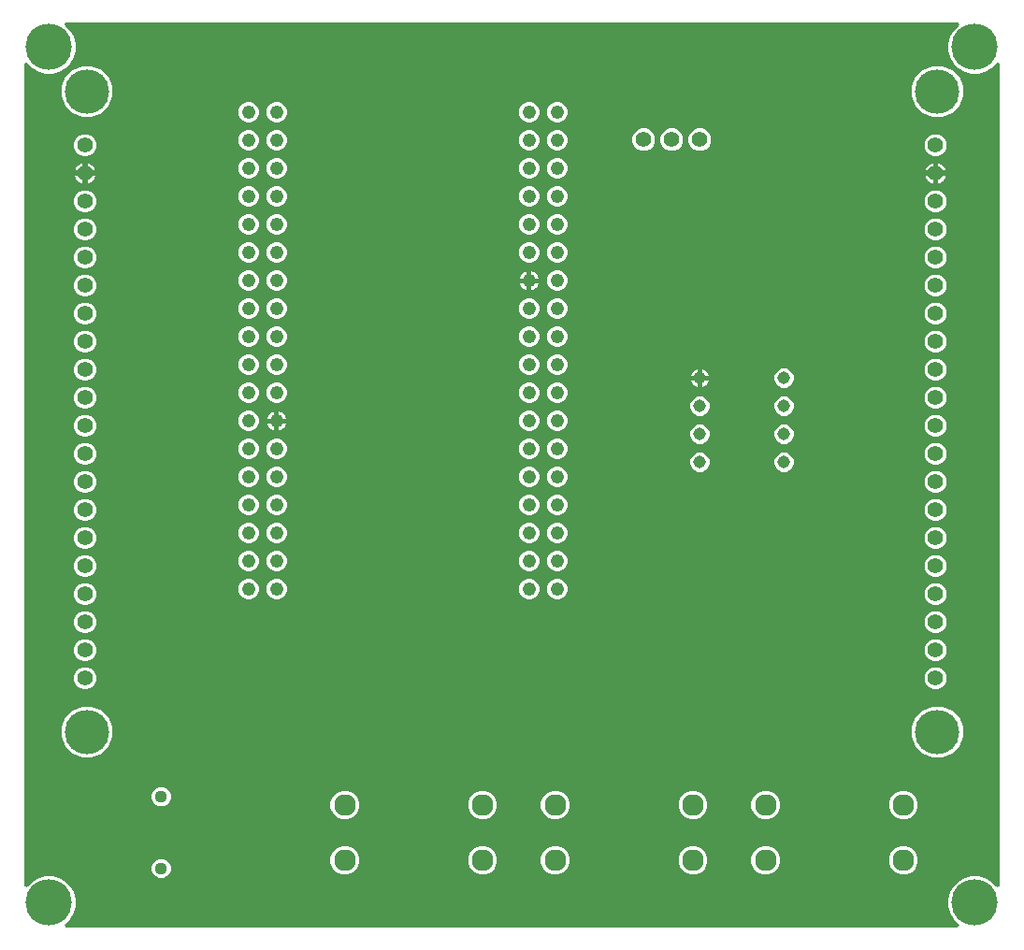
<source format=gbr>
G04 EAGLE Gerber RS-274X export*
G75*
%MOMM*%
%FSLAX34Y34*%
%LPD*%
%INCopper Layer 15*%
%IPPOS*%
%AMOC8*
5,1,8,0,0,1.08239X$1,22.5*%
G01*
%ADD10C,1.120000*%
%ADD11C,1.422400*%
%ADD12C,1.960000*%
%ADD13C,1.244600*%
%ADD14C,1.400000*%
%ADD15C,4.016000*%
%ADD16C,1.137919*%
%ADD17C,4.191000*%
%ADD18C,0.654800*%

G36*
X847441Y3052D02*
X847441Y3052D01*
X847474Y3050D01*
X847634Y3072D01*
X847795Y3089D01*
X847827Y3099D01*
X847860Y3103D01*
X848013Y3158D01*
X848167Y3207D01*
X848196Y3223D01*
X848227Y3234D01*
X848365Y3318D01*
X848507Y3398D01*
X848532Y3420D01*
X848560Y3437D01*
X848678Y3548D01*
X848800Y3654D01*
X848820Y3681D01*
X848845Y3703D01*
X848938Y3836D01*
X849035Y3965D01*
X849050Y3995D01*
X849069Y4022D01*
X849133Y4171D01*
X849203Y4317D01*
X849210Y4349D01*
X849224Y4380D01*
X849256Y4539D01*
X849294Y4696D01*
X849296Y4729D01*
X849302Y4762D01*
X849302Y4924D01*
X849307Y5086D01*
X849302Y5118D01*
X849301Y5152D01*
X849268Y5310D01*
X849240Y5470D01*
X849228Y5500D01*
X849221Y5533D01*
X849156Y5682D01*
X849097Y5832D01*
X849079Y5860D01*
X849065Y5890D01*
X849015Y5957D01*
X848883Y6157D01*
X848798Y6241D01*
X848754Y6299D01*
X844392Y10661D01*
X841232Y16135D01*
X839596Y22240D01*
X839596Y28560D01*
X841232Y34665D01*
X844392Y40139D01*
X848861Y44608D01*
X854335Y47768D01*
X860440Y49404D01*
X866760Y49404D01*
X872865Y47768D01*
X878339Y44608D01*
X882701Y40246D01*
X882726Y40225D01*
X882748Y40200D01*
X882877Y40102D01*
X883003Y40000D01*
X883032Y39985D01*
X883059Y39965D01*
X883205Y39895D01*
X883349Y39821D01*
X883381Y39812D01*
X883411Y39797D01*
X883568Y39759D01*
X883724Y39716D01*
X883758Y39713D01*
X883790Y39706D01*
X883952Y39700D01*
X884113Y39689D01*
X884146Y39694D01*
X884180Y39693D01*
X884339Y39720D01*
X884499Y39743D01*
X884531Y39754D01*
X884564Y39760D01*
X884714Y39819D01*
X884867Y39874D01*
X884895Y39891D01*
X884926Y39903D01*
X885061Y39992D01*
X885199Y40076D01*
X885224Y40099D01*
X885252Y40117D01*
X885366Y40232D01*
X885484Y40343D01*
X885503Y40370D01*
X885527Y40394D01*
X885615Y40529D01*
X885708Y40662D01*
X885721Y40692D01*
X885740Y40720D01*
X885799Y40871D01*
X885863Y41019D01*
X885870Y41052D01*
X885882Y41083D01*
X885893Y41165D01*
X885942Y41401D01*
X885941Y41520D01*
X885951Y41592D01*
X885951Y783908D01*
X885948Y783941D01*
X885950Y783974D01*
X885928Y784134D01*
X885911Y784295D01*
X885901Y784327D01*
X885897Y784360D01*
X885842Y784513D01*
X885793Y784667D01*
X885777Y784696D01*
X885766Y784727D01*
X885682Y784865D01*
X885602Y785007D01*
X885580Y785032D01*
X885563Y785060D01*
X885452Y785178D01*
X885346Y785300D01*
X885319Y785320D01*
X885297Y785345D01*
X885164Y785438D01*
X885035Y785535D01*
X885005Y785550D01*
X884978Y785569D01*
X884829Y785633D01*
X884683Y785703D01*
X884651Y785710D01*
X884620Y785724D01*
X884461Y785756D01*
X884304Y785794D01*
X884271Y785796D01*
X884238Y785802D01*
X884076Y785802D01*
X883914Y785807D01*
X883882Y785802D01*
X883848Y785801D01*
X883690Y785768D01*
X883530Y785740D01*
X883500Y785728D01*
X883467Y785721D01*
X883318Y785656D01*
X883168Y785597D01*
X883140Y785579D01*
X883110Y785565D01*
X883043Y785515D01*
X882843Y785383D01*
X882759Y785298D01*
X882701Y785254D01*
X878339Y780892D01*
X872865Y777732D01*
X866760Y776096D01*
X860440Y776096D01*
X854335Y777732D01*
X848861Y780892D01*
X844392Y785361D01*
X841232Y790835D01*
X839596Y796940D01*
X839596Y803260D01*
X841232Y809365D01*
X844392Y814839D01*
X848754Y819201D01*
X848775Y819226D01*
X848800Y819248D01*
X848898Y819377D01*
X849000Y819503D01*
X849015Y819532D01*
X849035Y819559D01*
X849105Y819705D01*
X849179Y819849D01*
X849188Y819881D01*
X849203Y819911D01*
X849241Y820068D01*
X849284Y820224D01*
X849287Y820258D01*
X849294Y820290D01*
X849300Y820452D01*
X849311Y820613D01*
X849306Y820646D01*
X849307Y820680D01*
X849280Y820839D01*
X849257Y820999D01*
X849246Y821031D01*
X849240Y821064D01*
X849181Y821214D01*
X849126Y821367D01*
X849109Y821395D01*
X849097Y821426D01*
X849008Y821561D01*
X848924Y821699D01*
X848901Y821724D01*
X848883Y821752D01*
X848768Y821866D01*
X848657Y821984D01*
X848630Y822003D01*
X848606Y822027D01*
X848471Y822115D01*
X848338Y822208D01*
X848308Y822221D01*
X848280Y822240D01*
X848129Y822299D01*
X847981Y822363D01*
X847948Y822370D01*
X847917Y822382D01*
X847835Y822393D01*
X847599Y822442D01*
X847480Y822441D01*
X847408Y822451D01*
X41592Y822451D01*
X41559Y822448D01*
X41526Y822450D01*
X41366Y822428D01*
X41205Y822411D01*
X41173Y822401D01*
X41140Y822397D01*
X40987Y822342D01*
X40833Y822293D01*
X40804Y822277D01*
X40773Y822266D01*
X40635Y822182D01*
X40493Y822102D01*
X40468Y822080D01*
X40440Y822063D01*
X40322Y821952D01*
X40200Y821846D01*
X40180Y821819D01*
X40155Y821797D01*
X40062Y821664D01*
X39965Y821535D01*
X39950Y821505D01*
X39931Y821478D01*
X39867Y821329D01*
X39797Y821183D01*
X39790Y821151D01*
X39776Y821120D01*
X39744Y820961D01*
X39706Y820804D01*
X39704Y820771D01*
X39698Y820738D01*
X39698Y820576D01*
X39693Y820414D01*
X39698Y820382D01*
X39699Y820348D01*
X39732Y820190D01*
X39760Y820030D01*
X39772Y820000D01*
X39779Y819967D01*
X39844Y819818D01*
X39903Y819668D01*
X39921Y819640D01*
X39935Y819610D01*
X39985Y819543D01*
X40117Y819343D01*
X40202Y819259D01*
X40246Y819201D01*
X44608Y814839D01*
X47768Y809365D01*
X49404Y803260D01*
X49404Y796940D01*
X47768Y790835D01*
X44608Y785361D01*
X40139Y780892D01*
X34665Y777732D01*
X28560Y776096D01*
X22240Y776096D01*
X16135Y777732D01*
X10661Y780892D01*
X6299Y785254D01*
X6274Y785275D01*
X6252Y785300D01*
X6123Y785398D01*
X5997Y785500D01*
X5968Y785515D01*
X5941Y785535D01*
X5795Y785605D01*
X5651Y785679D01*
X5619Y785688D01*
X5589Y785703D01*
X5432Y785741D01*
X5276Y785784D01*
X5242Y785787D01*
X5210Y785794D01*
X5048Y785800D01*
X4887Y785811D01*
X4854Y785806D01*
X4820Y785807D01*
X4661Y785780D01*
X4501Y785757D01*
X4469Y785746D01*
X4436Y785740D01*
X4286Y785681D01*
X4133Y785626D01*
X4105Y785609D01*
X4074Y785597D01*
X3939Y785508D01*
X3801Y785424D01*
X3776Y785401D01*
X3748Y785383D01*
X3634Y785268D01*
X3516Y785157D01*
X3497Y785130D01*
X3473Y785106D01*
X3385Y784971D01*
X3292Y784838D01*
X3279Y784808D01*
X3260Y784780D01*
X3201Y784629D01*
X3137Y784481D01*
X3130Y784448D01*
X3118Y784417D01*
X3107Y784335D01*
X3058Y784099D01*
X3059Y783980D01*
X3049Y783908D01*
X3049Y41592D01*
X3052Y41559D01*
X3050Y41526D01*
X3072Y41366D01*
X3089Y41205D01*
X3099Y41173D01*
X3103Y41140D01*
X3158Y40987D01*
X3207Y40833D01*
X3223Y40804D01*
X3234Y40773D01*
X3318Y40635D01*
X3398Y40493D01*
X3420Y40468D01*
X3437Y40440D01*
X3548Y40322D01*
X3654Y40200D01*
X3681Y40180D01*
X3703Y40155D01*
X3836Y40062D01*
X3965Y39965D01*
X3995Y39950D01*
X4022Y39931D01*
X4171Y39867D01*
X4317Y39797D01*
X4349Y39790D01*
X4380Y39776D01*
X4539Y39744D01*
X4696Y39706D01*
X4729Y39704D01*
X4762Y39698D01*
X4924Y39698D01*
X5086Y39693D01*
X5118Y39698D01*
X5152Y39699D01*
X5310Y39732D01*
X5470Y39760D01*
X5500Y39772D01*
X5533Y39779D01*
X5682Y39844D01*
X5832Y39903D01*
X5860Y39921D01*
X5890Y39935D01*
X5957Y39985D01*
X6157Y40117D01*
X6241Y40202D01*
X6299Y40246D01*
X10661Y44608D01*
X16135Y47768D01*
X22240Y49404D01*
X28560Y49404D01*
X34665Y47768D01*
X40139Y44608D01*
X44608Y40139D01*
X47768Y34665D01*
X49404Y28560D01*
X49404Y22240D01*
X47768Y16135D01*
X44608Y10661D01*
X40246Y6299D01*
X40225Y6274D01*
X40200Y6252D01*
X40102Y6123D01*
X40000Y5997D01*
X39985Y5968D01*
X39965Y5941D01*
X39895Y5795D01*
X39821Y5651D01*
X39812Y5619D01*
X39797Y5589D01*
X39759Y5432D01*
X39716Y5276D01*
X39713Y5242D01*
X39706Y5210D01*
X39700Y5048D01*
X39689Y4887D01*
X39694Y4854D01*
X39693Y4820D01*
X39720Y4661D01*
X39743Y4501D01*
X39754Y4469D01*
X39760Y4436D01*
X39819Y4286D01*
X39874Y4133D01*
X39891Y4105D01*
X39903Y4074D01*
X39992Y3939D01*
X40076Y3801D01*
X40099Y3776D01*
X40117Y3748D01*
X40232Y3634D01*
X40343Y3516D01*
X40370Y3497D01*
X40394Y3473D01*
X40529Y3385D01*
X40662Y3292D01*
X40692Y3279D01*
X40720Y3260D01*
X40871Y3201D01*
X41019Y3137D01*
X41052Y3130D01*
X41083Y3118D01*
X41165Y3107D01*
X41401Y3058D01*
X41520Y3059D01*
X41592Y3049D01*
X847408Y3049D01*
X847441Y3052D01*
G37*
%LPC*%
G36*
X825139Y736771D02*
X825139Y736771D01*
X816639Y740292D01*
X810132Y746799D01*
X806611Y755299D01*
X806611Y764501D01*
X810132Y773001D01*
X816639Y779508D01*
X825139Y783029D01*
X834341Y783029D01*
X842841Y779508D01*
X849348Y773001D01*
X852869Y764501D01*
X852869Y755299D01*
X849348Y746799D01*
X842841Y740292D01*
X834341Y736771D01*
X825139Y736771D01*
G37*
%LPD*%
%LPC*%
G36*
X55139Y736771D02*
X55139Y736771D01*
X46639Y740292D01*
X40132Y746799D01*
X36611Y755299D01*
X36611Y764501D01*
X40132Y773001D01*
X46639Y779508D01*
X55139Y783029D01*
X64341Y783029D01*
X72841Y779508D01*
X79348Y773001D01*
X82869Y764501D01*
X82869Y755299D01*
X79348Y746799D01*
X72841Y740292D01*
X64341Y736771D01*
X55139Y736771D01*
G37*
%LPD*%
%LPC*%
G36*
X55139Y156771D02*
X55139Y156771D01*
X46639Y160292D01*
X40132Y166799D01*
X36611Y175299D01*
X36611Y184501D01*
X40132Y193001D01*
X46639Y199508D01*
X55139Y203029D01*
X64341Y203029D01*
X72841Y199508D01*
X79348Y193001D01*
X82869Y184501D01*
X82869Y175299D01*
X79348Y166799D01*
X72841Y160292D01*
X64341Y156771D01*
X55139Y156771D01*
G37*
%LPD*%
%LPC*%
G36*
X825139Y156771D02*
X825139Y156771D01*
X816639Y160292D01*
X810132Y166799D01*
X806611Y175299D01*
X806611Y184501D01*
X810132Y193001D01*
X816639Y199508D01*
X825139Y203029D01*
X834341Y203029D01*
X842841Y199508D01*
X849348Y193001D01*
X852869Y184501D01*
X852869Y175299D01*
X849348Y166799D01*
X842841Y160292D01*
X834341Y156771D01*
X825139Y156771D01*
G37*
%LPD*%
%LPC*%
G36*
X481044Y51051D02*
X481044Y51051D01*
X476322Y53007D01*
X472707Y56622D01*
X470751Y61344D01*
X470751Y66456D01*
X472707Y71178D01*
X476322Y74793D01*
X481044Y76749D01*
X486156Y76749D01*
X490878Y74793D01*
X494493Y71178D01*
X496449Y66456D01*
X496449Y61344D01*
X494493Y56622D01*
X490878Y53007D01*
X486156Y51051D01*
X481044Y51051D01*
G37*
%LPD*%
%LPC*%
G36*
X606044Y51051D02*
X606044Y51051D01*
X601322Y53007D01*
X597707Y56622D01*
X595751Y61344D01*
X595751Y66456D01*
X597707Y71178D01*
X601322Y74793D01*
X606044Y76749D01*
X611156Y76749D01*
X615878Y74793D01*
X619493Y71178D01*
X621449Y66456D01*
X621449Y61344D01*
X619493Y56622D01*
X615878Y53007D01*
X611156Y51051D01*
X606044Y51051D01*
G37*
%LPD*%
%LPC*%
G36*
X671544Y51051D02*
X671544Y51051D01*
X666822Y53007D01*
X663207Y56622D01*
X661251Y61344D01*
X661251Y66456D01*
X663207Y71178D01*
X666822Y74793D01*
X671544Y76749D01*
X676656Y76749D01*
X681378Y74793D01*
X684993Y71178D01*
X686949Y66456D01*
X686949Y61344D01*
X684993Y56622D01*
X681378Y53007D01*
X676656Y51051D01*
X671544Y51051D01*
G37*
%LPD*%
%LPC*%
G36*
X796544Y51051D02*
X796544Y51051D01*
X791822Y53007D01*
X788207Y56622D01*
X786251Y61344D01*
X786251Y66456D01*
X788207Y71178D01*
X791822Y74793D01*
X796544Y76749D01*
X801656Y76749D01*
X806378Y74793D01*
X809993Y71178D01*
X811949Y66456D01*
X811949Y61344D01*
X809993Y56622D01*
X806378Y53007D01*
X801656Y51051D01*
X796544Y51051D01*
G37*
%LPD*%
%LPC*%
G36*
X290544Y51051D02*
X290544Y51051D01*
X285822Y53007D01*
X282207Y56622D01*
X280251Y61344D01*
X280251Y66456D01*
X282207Y71178D01*
X285822Y74793D01*
X290544Y76749D01*
X295656Y76749D01*
X300378Y74793D01*
X303993Y71178D01*
X305949Y66456D01*
X305949Y61344D01*
X303993Y56622D01*
X300378Y53007D01*
X295656Y51051D01*
X290544Y51051D01*
G37*
%LPD*%
%LPC*%
G36*
X290544Y101051D02*
X290544Y101051D01*
X285822Y103007D01*
X282207Y106622D01*
X280251Y111344D01*
X280251Y116456D01*
X282207Y121178D01*
X285822Y124793D01*
X290544Y126749D01*
X295656Y126749D01*
X300378Y124793D01*
X303993Y121178D01*
X305949Y116456D01*
X305949Y111344D01*
X303993Y106622D01*
X300378Y103007D01*
X295656Y101051D01*
X290544Y101051D01*
G37*
%LPD*%
%LPC*%
G36*
X481044Y101051D02*
X481044Y101051D01*
X476322Y103007D01*
X472707Y106622D01*
X470751Y111344D01*
X470751Y116456D01*
X472707Y121178D01*
X476322Y124793D01*
X481044Y126749D01*
X486156Y126749D01*
X490878Y124793D01*
X494493Y121178D01*
X496449Y116456D01*
X496449Y111344D01*
X494493Y106622D01*
X490878Y103007D01*
X486156Y101051D01*
X481044Y101051D01*
G37*
%LPD*%
%LPC*%
G36*
X606044Y101051D02*
X606044Y101051D01*
X601322Y103007D01*
X597707Y106622D01*
X595751Y111344D01*
X595751Y116456D01*
X597707Y121178D01*
X601322Y124793D01*
X606044Y126749D01*
X611156Y126749D01*
X615878Y124793D01*
X619493Y121178D01*
X621449Y116456D01*
X621449Y111344D01*
X619493Y106622D01*
X615878Y103007D01*
X611156Y101051D01*
X606044Y101051D01*
G37*
%LPD*%
%LPC*%
G36*
X671544Y101051D02*
X671544Y101051D01*
X666822Y103007D01*
X663207Y106622D01*
X661251Y111344D01*
X661251Y116456D01*
X663207Y121178D01*
X666822Y124793D01*
X671544Y126749D01*
X676656Y126749D01*
X681378Y124793D01*
X684993Y121178D01*
X686949Y116456D01*
X686949Y111344D01*
X684993Y106622D01*
X681378Y103007D01*
X676656Y101051D01*
X671544Y101051D01*
G37*
%LPD*%
%LPC*%
G36*
X796544Y101051D02*
X796544Y101051D01*
X791822Y103007D01*
X788207Y106622D01*
X786251Y111344D01*
X786251Y116456D01*
X788207Y121178D01*
X791822Y124793D01*
X796544Y126749D01*
X801656Y126749D01*
X806378Y124793D01*
X809993Y121178D01*
X811949Y116456D01*
X811949Y111344D01*
X809993Y106622D01*
X806378Y103007D01*
X801656Y101051D01*
X796544Y101051D01*
G37*
%LPD*%
%LPC*%
G36*
X415544Y101051D02*
X415544Y101051D01*
X410822Y103007D01*
X407207Y106622D01*
X405251Y111344D01*
X405251Y116456D01*
X407207Y121178D01*
X410822Y124793D01*
X415544Y126749D01*
X420656Y126749D01*
X425378Y124793D01*
X428993Y121178D01*
X430949Y116456D01*
X430949Y111344D01*
X428993Y106622D01*
X425378Y103007D01*
X420656Y101051D01*
X415544Y101051D01*
G37*
%LPD*%
%LPC*%
G36*
X415544Y51051D02*
X415544Y51051D01*
X410822Y53007D01*
X407207Y56622D01*
X405251Y61344D01*
X405251Y66456D01*
X407207Y71178D01*
X410822Y74793D01*
X415544Y76749D01*
X420656Y76749D01*
X425378Y74793D01*
X428993Y71178D01*
X430949Y66456D01*
X430949Y61344D01*
X428993Y56622D01*
X425378Y53007D01*
X420656Y51051D01*
X415544Y51051D01*
G37*
%LPD*%
%LPC*%
G36*
X587259Y706119D02*
X587259Y706119D01*
X583524Y707666D01*
X580666Y710524D01*
X579119Y714259D01*
X579119Y718301D01*
X580666Y722036D01*
X583524Y724894D01*
X587259Y726441D01*
X591301Y726441D01*
X595036Y724894D01*
X597894Y722036D01*
X599441Y718301D01*
X599441Y714259D01*
X597894Y710524D01*
X595036Y707666D01*
X591301Y706119D01*
X587259Y706119D01*
G37*
%LPD*%
%LPC*%
G36*
X561859Y706119D02*
X561859Y706119D01*
X558124Y707666D01*
X555266Y710524D01*
X553719Y714259D01*
X553719Y718301D01*
X555266Y722036D01*
X558124Y724894D01*
X561859Y726441D01*
X565901Y726441D01*
X569636Y724894D01*
X572494Y722036D01*
X574041Y718301D01*
X574041Y714259D01*
X572494Y710524D01*
X569636Y707666D01*
X565901Y706119D01*
X561859Y706119D01*
G37*
%LPD*%
%LPC*%
G36*
X612659Y706119D02*
X612659Y706119D01*
X608924Y707666D01*
X606066Y710524D01*
X604519Y714259D01*
X604519Y718301D01*
X606066Y722036D01*
X608924Y724894D01*
X612659Y726441D01*
X616701Y726441D01*
X620436Y724894D01*
X623294Y722036D01*
X624841Y718301D01*
X624841Y714259D01*
X623294Y710524D01*
X620436Y707666D01*
X616701Y706119D01*
X612659Y706119D01*
G37*
%LPD*%
%LPC*%
G36*
X56041Y624951D02*
X56041Y624951D01*
X52348Y626481D01*
X49521Y629308D01*
X47991Y633001D01*
X47991Y636999D01*
X49521Y640692D01*
X52348Y643519D01*
X56041Y645049D01*
X60039Y645049D01*
X63732Y643519D01*
X66559Y640692D01*
X68089Y636999D01*
X68089Y633001D01*
X66559Y629308D01*
X63732Y626481D01*
X60039Y624951D01*
X56041Y624951D01*
G37*
%LPD*%
%LPC*%
G36*
X826041Y548751D02*
X826041Y548751D01*
X822348Y550281D01*
X819521Y553108D01*
X817991Y556801D01*
X817991Y560799D01*
X819521Y564492D01*
X822348Y567319D01*
X826041Y568849D01*
X830039Y568849D01*
X833732Y567319D01*
X836559Y564492D01*
X838089Y560799D01*
X838089Y556801D01*
X836559Y553108D01*
X833732Y550281D01*
X830039Y548751D01*
X826041Y548751D01*
G37*
%LPD*%
%LPC*%
G36*
X56041Y548751D02*
X56041Y548751D01*
X52348Y550281D01*
X49521Y553108D01*
X47991Y556801D01*
X47991Y560799D01*
X49521Y564492D01*
X52348Y567319D01*
X56041Y568849D01*
X60039Y568849D01*
X63732Y567319D01*
X66559Y564492D01*
X68089Y560799D01*
X68089Y556801D01*
X66559Y553108D01*
X63732Y550281D01*
X60039Y548751D01*
X56041Y548751D01*
G37*
%LPD*%
%LPC*%
G36*
X826041Y472551D02*
X826041Y472551D01*
X822348Y474081D01*
X819521Y476908D01*
X817991Y480601D01*
X817991Y484599D01*
X819521Y488292D01*
X822348Y491119D01*
X826041Y492649D01*
X830039Y492649D01*
X833732Y491119D01*
X836559Y488292D01*
X838089Y484599D01*
X838089Y480601D01*
X836559Y476908D01*
X833732Y474081D01*
X830039Y472551D01*
X826041Y472551D01*
G37*
%LPD*%
%LPC*%
G36*
X826041Y497951D02*
X826041Y497951D01*
X822348Y499481D01*
X819521Y502308D01*
X817991Y506001D01*
X817991Y509999D01*
X819521Y513692D01*
X822348Y516519D01*
X826041Y518049D01*
X830039Y518049D01*
X833732Y516519D01*
X836559Y513692D01*
X838089Y509999D01*
X838089Y506001D01*
X836559Y502308D01*
X833732Y499481D01*
X830039Y497951D01*
X826041Y497951D01*
G37*
%LPD*%
%LPC*%
G36*
X826041Y599551D02*
X826041Y599551D01*
X822348Y601081D01*
X819521Y603908D01*
X817991Y607601D01*
X817991Y611599D01*
X819521Y615292D01*
X822348Y618119D01*
X826041Y619649D01*
X830039Y619649D01*
X833732Y618119D01*
X836559Y615292D01*
X838089Y611599D01*
X838089Y607601D01*
X836559Y603908D01*
X833732Y601081D01*
X830039Y599551D01*
X826041Y599551D01*
G37*
%LPD*%
%LPC*%
G36*
X56041Y599551D02*
X56041Y599551D01*
X52348Y601081D01*
X49521Y603908D01*
X47991Y607601D01*
X47991Y611599D01*
X49521Y615292D01*
X52348Y618119D01*
X56041Y619649D01*
X60039Y619649D01*
X63732Y618119D01*
X66559Y615292D01*
X68089Y611599D01*
X68089Y607601D01*
X66559Y603908D01*
X63732Y601081D01*
X60039Y599551D01*
X56041Y599551D01*
G37*
%LPD*%
%LPC*%
G36*
X56041Y497951D02*
X56041Y497951D01*
X52348Y499481D01*
X49521Y502308D01*
X47991Y506001D01*
X47991Y509999D01*
X49521Y513692D01*
X52348Y516519D01*
X56041Y518049D01*
X60039Y518049D01*
X63732Y516519D01*
X66559Y513692D01*
X68089Y509999D01*
X68089Y506001D01*
X66559Y502308D01*
X63732Y499481D01*
X60039Y497951D01*
X56041Y497951D01*
G37*
%LPD*%
%LPC*%
G36*
X826041Y701151D02*
X826041Y701151D01*
X822348Y702681D01*
X819521Y705508D01*
X817991Y709201D01*
X817991Y713199D01*
X819521Y716892D01*
X822348Y719719D01*
X826041Y721249D01*
X830039Y721249D01*
X833732Y719719D01*
X836559Y716892D01*
X838089Y713199D01*
X838089Y709201D01*
X836559Y705508D01*
X833732Y702681D01*
X830039Y701151D01*
X826041Y701151D01*
G37*
%LPD*%
%LPC*%
G36*
X56041Y701151D02*
X56041Y701151D01*
X52348Y702681D01*
X49521Y705508D01*
X47991Y709201D01*
X47991Y713199D01*
X49521Y716892D01*
X52348Y719719D01*
X56041Y721249D01*
X60039Y721249D01*
X63732Y719719D01*
X66559Y716892D01*
X68089Y713199D01*
X68089Y709201D01*
X66559Y705508D01*
X63732Y702681D01*
X60039Y701151D01*
X56041Y701151D01*
G37*
%LPD*%
%LPC*%
G36*
X56041Y574151D02*
X56041Y574151D01*
X52348Y575681D01*
X49521Y578508D01*
X47991Y582201D01*
X47991Y586199D01*
X49521Y589892D01*
X52348Y592719D01*
X56041Y594249D01*
X60039Y594249D01*
X63732Y592719D01*
X66559Y589892D01*
X68089Y586199D01*
X68089Y582201D01*
X66559Y578508D01*
X63732Y575681D01*
X60039Y574151D01*
X56041Y574151D01*
G37*
%LPD*%
%LPC*%
G36*
X826041Y396351D02*
X826041Y396351D01*
X822348Y397881D01*
X819521Y400708D01*
X817991Y404401D01*
X817991Y408399D01*
X819521Y412092D01*
X822348Y414919D01*
X826041Y416449D01*
X830039Y416449D01*
X833732Y414919D01*
X836559Y412092D01*
X838089Y408399D01*
X838089Y404401D01*
X836559Y400708D01*
X833732Y397881D01*
X830039Y396351D01*
X826041Y396351D01*
G37*
%LPD*%
%LPC*%
G36*
X826041Y650351D02*
X826041Y650351D01*
X822348Y651881D01*
X819521Y654708D01*
X817991Y658401D01*
X817991Y662399D01*
X819521Y666092D01*
X822348Y668919D01*
X826041Y670449D01*
X830039Y670449D01*
X833732Y668919D01*
X836559Y666092D01*
X838089Y662399D01*
X838089Y658401D01*
X836559Y654708D01*
X833732Y651881D01*
X830039Y650351D01*
X826041Y650351D01*
G37*
%LPD*%
%LPC*%
G36*
X56041Y650351D02*
X56041Y650351D01*
X52348Y651881D01*
X49521Y654708D01*
X47991Y658401D01*
X47991Y662399D01*
X49521Y666092D01*
X52348Y668919D01*
X56041Y670449D01*
X60039Y670449D01*
X63732Y668919D01*
X66559Y666092D01*
X68089Y662399D01*
X68089Y658401D01*
X66559Y654708D01*
X63732Y651881D01*
X60039Y650351D01*
X56041Y650351D01*
G37*
%LPD*%
%LPC*%
G36*
X56041Y421751D02*
X56041Y421751D01*
X52348Y423281D01*
X49521Y426108D01*
X47991Y429801D01*
X47991Y433799D01*
X49521Y437492D01*
X52348Y440319D01*
X56041Y441849D01*
X60039Y441849D01*
X63732Y440319D01*
X66559Y437492D01*
X68089Y433799D01*
X68089Y429801D01*
X66559Y426108D01*
X63732Y423281D01*
X60039Y421751D01*
X56041Y421751D01*
G37*
%LPD*%
%LPC*%
G36*
X56041Y523351D02*
X56041Y523351D01*
X52348Y524881D01*
X49521Y527708D01*
X47991Y531401D01*
X47991Y535399D01*
X49521Y539092D01*
X52348Y541919D01*
X56041Y543449D01*
X60039Y543449D01*
X63732Y541919D01*
X66559Y539092D01*
X68089Y535399D01*
X68089Y531401D01*
X66559Y527708D01*
X63732Y524881D01*
X60039Y523351D01*
X56041Y523351D01*
G37*
%LPD*%
%LPC*%
G36*
X56041Y447151D02*
X56041Y447151D01*
X52348Y448681D01*
X49521Y451508D01*
X47991Y455201D01*
X47991Y459199D01*
X49521Y462892D01*
X52348Y465719D01*
X56041Y467249D01*
X60039Y467249D01*
X63732Y465719D01*
X66559Y462892D01*
X68089Y459199D01*
X68089Y455201D01*
X66559Y451508D01*
X63732Y448681D01*
X60039Y447151D01*
X56041Y447151D01*
G37*
%LPD*%
%LPC*%
G36*
X826041Y447151D02*
X826041Y447151D01*
X822348Y448681D01*
X819521Y451508D01*
X817991Y455201D01*
X817991Y459199D01*
X819521Y462892D01*
X822348Y465719D01*
X826041Y467249D01*
X830039Y467249D01*
X833732Y465719D01*
X836559Y462892D01*
X838089Y459199D01*
X838089Y455201D01*
X836559Y451508D01*
X833732Y448681D01*
X830039Y447151D01*
X826041Y447151D01*
G37*
%LPD*%
%LPC*%
G36*
X56041Y472551D02*
X56041Y472551D01*
X52348Y474081D01*
X49521Y476908D01*
X47991Y480601D01*
X47991Y484599D01*
X49521Y488292D01*
X52348Y491119D01*
X56041Y492649D01*
X60039Y492649D01*
X63732Y491119D01*
X66559Y488292D01*
X68089Y484599D01*
X68089Y480601D01*
X66559Y476908D01*
X63732Y474081D01*
X60039Y472551D01*
X56041Y472551D01*
G37*
%LPD*%
%LPC*%
G36*
X826041Y269351D02*
X826041Y269351D01*
X822348Y270881D01*
X819521Y273708D01*
X817991Y277401D01*
X817991Y281399D01*
X819521Y285092D01*
X822348Y287919D01*
X826041Y289449D01*
X830039Y289449D01*
X833732Y287919D01*
X836559Y285092D01*
X838089Y281399D01*
X838089Y277401D01*
X836559Y273708D01*
X833732Y270881D01*
X830039Y269351D01*
X826041Y269351D01*
G37*
%LPD*%
%LPC*%
G36*
X56041Y269351D02*
X56041Y269351D01*
X52348Y270881D01*
X49521Y273708D01*
X47991Y277401D01*
X47991Y281399D01*
X49521Y285092D01*
X52348Y287919D01*
X56041Y289449D01*
X60039Y289449D01*
X63732Y287919D01*
X66559Y285092D01*
X68089Y281399D01*
X68089Y277401D01*
X66559Y273708D01*
X63732Y270881D01*
X60039Y269351D01*
X56041Y269351D01*
G37*
%LPD*%
%LPC*%
G36*
X56041Y243951D02*
X56041Y243951D01*
X52348Y245481D01*
X49521Y248308D01*
X47991Y252001D01*
X47991Y255999D01*
X49521Y259692D01*
X52348Y262519D01*
X56041Y264049D01*
X60039Y264049D01*
X63732Y262519D01*
X66559Y259692D01*
X68089Y255999D01*
X68089Y252001D01*
X66559Y248308D01*
X63732Y245481D01*
X60039Y243951D01*
X56041Y243951D01*
G37*
%LPD*%
%LPC*%
G36*
X826041Y218551D02*
X826041Y218551D01*
X822348Y220081D01*
X819521Y222908D01*
X817991Y226601D01*
X817991Y230599D01*
X819521Y234292D01*
X822348Y237119D01*
X826041Y238649D01*
X830039Y238649D01*
X833732Y237119D01*
X836559Y234292D01*
X838089Y230599D01*
X838089Y226601D01*
X836559Y222908D01*
X833732Y220081D01*
X830039Y218551D01*
X826041Y218551D01*
G37*
%LPD*%
%LPC*%
G36*
X56041Y396351D02*
X56041Y396351D01*
X52348Y397881D01*
X49521Y400708D01*
X47991Y404401D01*
X47991Y408399D01*
X49521Y412092D01*
X52348Y414919D01*
X56041Y416449D01*
X60039Y416449D01*
X63732Y414919D01*
X66559Y412092D01*
X68089Y408399D01*
X68089Y404401D01*
X66559Y400708D01*
X63732Y397881D01*
X60039Y396351D01*
X56041Y396351D01*
G37*
%LPD*%
%LPC*%
G36*
X56041Y370951D02*
X56041Y370951D01*
X52348Y372481D01*
X49521Y375308D01*
X47991Y379001D01*
X47991Y382999D01*
X49521Y386692D01*
X52348Y389519D01*
X56041Y391049D01*
X60039Y391049D01*
X63732Y389519D01*
X66559Y386692D01*
X68089Y382999D01*
X68089Y379001D01*
X66559Y375308D01*
X63732Y372481D01*
X60039Y370951D01*
X56041Y370951D01*
G37*
%LPD*%
%LPC*%
G36*
X826041Y243951D02*
X826041Y243951D01*
X822348Y245481D01*
X819521Y248308D01*
X817991Y252001D01*
X817991Y255999D01*
X819521Y259692D01*
X822348Y262519D01*
X826041Y264049D01*
X830039Y264049D01*
X833732Y262519D01*
X836559Y259692D01*
X838089Y255999D01*
X838089Y252001D01*
X836559Y248308D01*
X833732Y245481D01*
X830039Y243951D01*
X826041Y243951D01*
G37*
%LPD*%
%LPC*%
G36*
X826041Y345551D02*
X826041Y345551D01*
X822348Y347081D01*
X819521Y349908D01*
X817991Y353601D01*
X817991Y357599D01*
X819521Y361292D01*
X822348Y364119D01*
X826041Y365649D01*
X830039Y365649D01*
X833732Y364119D01*
X836559Y361292D01*
X838089Y357599D01*
X838089Y353601D01*
X836559Y349908D01*
X833732Y347081D01*
X830039Y345551D01*
X826041Y345551D01*
G37*
%LPD*%
%LPC*%
G36*
X56041Y345551D02*
X56041Y345551D01*
X52348Y347081D01*
X49521Y349908D01*
X47991Y353601D01*
X47991Y357599D01*
X49521Y361292D01*
X52348Y364119D01*
X56041Y365649D01*
X60039Y365649D01*
X63732Y364119D01*
X66559Y361292D01*
X68089Y357599D01*
X68089Y353601D01*
X66559Y349908D01*
X63732Y347081D01*
X60039Y345551D01*
X56041Y345551D01*
G37*
%LPD*%
%LPC*%
G36*
X826041Y320151D02*
X826041Y320151D01*
X822348Y321681D01*
X819521Y324508D01*
X817991Y328201D01*
X817991Y332199D01*
X819521Y335892D01*
X822348Y338719D01*
X826041Y340249D01*
X830039Y340249D01*
X833732Y338719D01*
X836559Y335892D01*
X838089Y332199D01*
X838089Y328201D01*
X836559Y324508D01*
X833732Y321681D01*
X830039Y320151D01*
X826041Y320151D01*
G37*
%LPD*%
%LPC*%
G36*
X56041Y320151D02*
X56041Y320151D01*
X52348Y321681D01*
X49521Y324508D01*
X47991Y328201D01*
X47991Y332199D01*
X49521Y335892D01*
X52348Y338719D01*
X56041Y340249D01*
X60039Y340249D01*
X63732Y338719D01*
X66559Y335892D01*
X68089Y332199D01*
X68089Y328201D01*
X66559Y324508D01*
X63732Y321681D01*
X60039Y320151D01*
X56041Y320151D01*
G37*
%LPD*%
%LPC*%
G36*
X826041Y574151D02*
X826041Y574151D01*
X822348Y575681D01*
X819521Y578508D01*
X817991Y582201D01*
X817991Y586199D01*
X819521Y589892D01*
X822348Y592719D01*
X826041Y594249D01*
X830039Y594249D01*
X833732Y592719D01*
X836559Y589892D01*
X838089Y586199D01*
X838089Y582201D01*
X836559Y578508D01*
X833732Y575681D01*
X830039Y574151D01*
X826041Y574151D01*
G37*
%LPD*%
%LPC*%
G36*
X826041Y294751D02*
X826041Y294751D01*
X822348Y296281D01*
X819521Y299108D01*
X817991Y302801D01*
X817991Y306799D01*
X819521Y310492D01*
X822348Y313319D01*
X826041Y314849D01*
X830039Y314849D01*
X833732Y313319D01*
X836559Y310492D01*
X838089Y306799D01*
X838089Y302801D01*
X836559Y299108D01*
X833732Y296281D01*
X830039Y294751D01*
X826041Y294751D01*
G37*
%LPD*%
%LPC*%
G36*
X56041Y294751D02*
X56041Y294751D01*
X52348Y296281D01*
X49521Y299108D01*
X47991Y302801D01*
X47991Y306799D01*
X49521Y310492D01*
X52348Y313319D01*
X56041Y314849D01*
X60039Y314849D01*
X63732Y313319D01*
X66559Y310492D01*
X68089Y306799D01*
X68089Y302801D01*
X66559Y299108D01*
X63732Y296281D01*
X60039Y294751D01*
X56041Y294751D01*
G37*
%LPD*%
%LPC*%
G36*
X826041Y624951D02*
X826041Y624951D01*
X822348Y626481D01*
X819521Y629308D01*
X817991Y633001D01*
X817991Y636999D01*
X819521Y640692D01*
X822348Y643519D01*
X826041Y645049D01*
X830039Y645049D01*
X833732Y643519D01*
X836559Y640692D01*
X838089Y636999D01*
X838089Y633001D01*
X836559Y629308D01*
X833732Y626481D01*
X830039Y624951D01*
X826041Y624951D01*
G37*
%LPD*%
%LPC*%
G36*
X826041Y370951D02*
X826041Y370951D01*
X822348Y372481D01*
X819521Y375308D01*
X817991Y379001D01*
X817991Y382999D01*
X819521Y386692D01*
X822348Y389519D01*
X826041Y391049D01*
X830039Y391049D01*
X833732Y389519D01*
X836559Y386692D01*
X838089Y382999D01*
X838089Y379001D01*
X836559Y375308D01*
X833732Y372481D01*
X830039Y370951D01*
X826041Y370951D01*
G37*
%LPD*%
%LPC*%
G36*
X826041Y523351D02*
X826041Y523351D01*
X822348Y524881D01*
X819521Y527708D01*
X817991Y531401D01*
X817991Y535399D01*
X819521Y539092D01*
X822348Y541919D01*
X826041Y543449D01*
X830039Y543449D01*
X833732Y541919D01*
X836559Y539092D01*
X838089Y535399D01*
X838089Y531401D01*
X836559Y527708D01*
X833732Y524881D01*
X830039Y523351D01*
X826041Y523351D01*
G37*
%LPD*%
%LPC*%
G36*
X826041Y421751D02*
X826041Y421751D01*
X822348Y423281D01*
X819521Y426108D01*
X817991Y429801D01*
X817991Y433799D01*
X819521Y437492D01*
X822348Y440319D01*
X826041Y441849D01*
X830039Y441849D01*
X833732Y440319D01*
X836559Y437492D01*
X838089Y433799D01*
X838089Y429801D01*
X836559Y426108D01*
X833732Y423281D01*
X830039Y421751D01*
X826041Y421751D01*
G37*
%LPD*%
%LPC*%
G36*
X56041Y218551D02*
X56041Y218551D01*
X52348Y220081D01*
X49521Y222908D01*
X47991Y226601D01*
X47991Y230599D01*
X49521Y234292D01*
X52348Y237119D01*
X56041Y238649D01*
X60039Y238649D01*
X63732Y237119D01*
X66559Y234292D01*
X68089Y230599D01*
X68089Y226601D01*
X66559Y222908D01*
X63732Y220081D01*
X60039Y218551D01*
X56041Y218551D01*
G37*
%LPD*%
%LPC*%
G36*
X204156Y680928D02*
X204156Y680928D01*
X200748Y682340D01*
X198140Y684948D01*
X196728Y688356D01*
X196728Y692044D01*
X198140Y695452D01*
X200748Y698060D01*
X204156Y699472D01*
X207844Y699472D01*
X211252Y698060D01*
X213860Y695452D01*
X215272Y692044D01*
X215272Y688356D01*
X213860Y684948D01*
X211252Y682340D01*
X207844Y680928D01*
X204156Y680928D01*
G37*
%LPD*%
%LPC*%
G36*
X483556Y604728D02*
X483556Y604728D01*
X480148Y606140D01*
X477540Y608748D01*
X476128Y612156D01*
X476128Y615844D01*
X477540Y619252D01*
X480148Y621860D01*
X483556Y623272D01*
X487244Y623272D01*
X490652Y621860D01*
X493260Y619252D01*
X494672Y615844D01*
X494672Y612156D01*
X493260Y608748D01*
X490652Y606140D01*
X487244Y604728D01*
X483556Y604728D01*
G37*
%LPD*%
%LPC*%
G36*
X458156Y604728D02*
X458156Y604728D01*
X454748Y606140D01*
X452140Y608748D01*
X450728Y612156D01*
X450728Y615844D01*
X452140Y619252D01*
X454748Y621860D01*
X458156Y623272D01*
X461844Y623272D01*
X465252Y621860D01*
X467860Y619252D01*
X469272Y615844D01*
X469272Y612156D01*
X467860Y608748D01*
X465252Y606140D01*
X461844Y604728D01*
X458156Y604728D01*
G37*
%LPD*%
%LPC*%
G36*
X229556Y604728D02*
X229556Y604728D01*
X226148Y606140D01*
X223540Y608748D01*
X222128Y612156D01*
X222128Y615844D01*
X223540Y619252D01*
X226148Y621860D01*
X229556Y623272D01*
X233244Y623272D01*
X236652Y621860D01*
X239260Y619252D01*
X240672Y615844D01*
X240672Y612156D01*
X239260Y608748D01*
X236652Y606140D01*
X233244Y604728D01*
X229556Y604728D01*
G37*
%LPD*%
%LPC*%
G36*
X204156Y604728D02*
X204156Y604728D01*
X200748Y606140D01*
X198140Y608748D01*
X196728Y612156D01*
X196728Y615844D01*
X198140Y619252D01*
X200748Y621860D01*
X204156Y623272D01*
X207844Y623272D01*
X211252Y621860D01*
X213860Y619252D01*
X215272Y615844D01*
X215272Y612156D01*
X213860Y608748D01*
X211252Y606140D01*
X207844Y604728D01*
X204156Y604728D01*
G37*
%LPD*%
%LPC*%
G36*
X483556Y579328D02*
X483556Y579328D01*
X480148Y580740D01*
X477540Y583348D01*
X476128Y586756D01*
X476128Y590444D01*
X477540Y593852D01*
X480148Y596460D01*
X483556Y597872D01*
X487244Y597872D01*
X490652Y596460D01*
X493260Y593852D01*
X494672Y590444D01*
X494672Y586756D01*
X493260Y583348D01*
X490652Y580740D01*
X487244Y579328D01*
X483556Y579328D01*
G37*
%LPD*%
%LPC*%
G36*
X229556Y579328D02*
X229556Y579328D01*
X226148Y580740D01*
X223540Y583348D01*
X222128Y586756D01*
X222128Y590444D01*
X223540Y593852D01*
X226148Y596460D01*
X229556Y597872D01*
X233244Y597872D01*
X236652Y596460D01*
X239260Y593852D01*
X240672Y590444D01*
X240672Y586756D01*
X239260Y583348D01*
X236652Y580740D01*
X233244Y579328D01*
X229556Y579328D01*
G37*
%LPD*%
%LPC*%
G36*
X204156Y579328D02*
X204156Y579328D01*
X200748Y580740D01*
X198140Y583348D01*
X196728Y586756D01*
X196728Y590444D01*
X198140Y593852D01*
X200748Y596460D01*
X204156Y597872D01*
X207844Y597872D01*
X211252Y596460D01*
X213860Y593852D01*
X215272Y590444D01*
X215272Y586756D01*
X213860Y583348D01*
X211252Y580740D01*
X207844Y579328D01*
X204156Y579328D01*
G37*
%LPD*%
%LPC*%
G36*
X483556Y553928D02*
X483556Y553928D01*
X480148Y555340D01*
X477540Y557948D01*
X476128Y561356D01*
X476128Y565044D01*
X477540Y568452D01*
X480148Y571060D01*
X483556Y572472D01*
X487244Y572472D01*
X490652Y571060D01*
X493260Y568452D01*
X494672Y565044D01*
X494672Y561356D01*
X493260Y557948D01*
X490652Y555340D01*
X487244Y553928D01*
X483556Y553928D01*
G37*
%LPD*%
%LPC*%
G36*
X458156Y553928D02*
X458156Y553928D01*
X454748Y555340D01*
X452140Y557948D01*
X450728Y561356D01*
X450728Y565044D01*
X452140Y568452D01*
X454748Y571060D01*
X458156Y572472D01*
X461844Y572472D01*
X465252Y571060D01*
X467860Y568452D01*
X469272Y565044D01*
X469272Y561356D01*
X467860Y557948D01*
X465252Y555340D01*
X461844Y553928D01*
X458156Y553928D01*
G37*
%LPD*%
%LPC*%
G36*
X229556Y553928D02*
X229556Y553928D01*
X226148Y555340D01*
X223540Y557948D01*
X222128Y561356D01*
X222128Y565044D01*
X223540Y568452D01*
X226148Y571060D01*
X229556Y572472D01*
X233244Y572472D01*
X236652Y571060D01*
X239260Y568452D01*
X240672Y565044D01*
X240672Y561356D01*
X239260Y557948D01*
X236652Y555340D01*
X233244Y553928D01*
X229556Y553928D01*
G37*
%LPD*%
%LPC*%
G36*
X204156Y553928D02*
X204156Y553928D01*
X200748Y555340D01*
X198140Y557948D01*
X196728Y561356D01*
X196728Y565044D01*
X198140Y568452D01*
X200748Y571060D01*
X204156Y572472D01*
X207844Y572472D01*
X211252Y571060D01*
X213860Y568452D01*
X215272Y565044D01*
X215272Y561356D01*
X213860Y557948D01*
X211252Y555340D01*
X207844Y553928D01*
X204156Y553928D01*
G37*
%LPD*%
%LPC*%
G36*
X483556Y528528D02*
X483556Y528528D01*
X480148Y529940D01*
X477540Y532548D01*
X476128Y535956D01*
X476128Y539644D01*
X477540Y543052D01*
X480148Y545660D01*
X483556Y547072D01*
X487244Y547072D01*
X490652Y545660D01*
X493260Y543052D01*
X494672Y539644D01*
X494672Y535956D01*
X493260Y532548D01*
X490652Y529940D01*
X487244Y528528D01*
X483556Y528528D01*
G37*
%LPD*%
%LPC*%
G36*
X458156Y528528D02*
X458156Y528528D01*
X454748Y529940D01*
X452140Y532548D01*
X450728Y535956D01*
X450728Y539644D01*
X452140Y543052D01*
X454748Y545660D01*
X458156Y547072D01*
X461844Y547072D01*
X465252Y545660D01*
X467860Y543052D01*
X469272Y539644D01*
X469272Y535956D01*
X467860Y532548D01*
X465252Y529940D01*
X461844Y528528D01*
X458156Y528528D01*
G37*
%LPD*%
%LPC*%
G36*
X229556Y528528D02*
X229556Y528528D01*
X226148Y529940D01*
X223540Y532548D01*
X222128Y535956D01*
X222128Y539644D01*
X223540Y543052D01*
X226148Y545660D01*
X229556Y547072D01*
X233244Y547072D01*
X236652Y545660D01*
X239260Y543052D01*
X240672Y539644D01*
X240672Y535956D01*
X239260Y532548D01*
X236652Y529940D01*
X233244Y528528D01*
X229556Y528528D01*
G37*
%LPD*%
%LPC*%
G36*
X204156Y528528D02*
X204156Y528528D01*
X200748Y529940D01*
X198140Y532548D01*
X196728Y535956D01*
X196728Y539644D01*
X198140Y543052D01*
X200748Y545660D01*
X204156Y547072D01*
X207844Y547072D01*
X211252Y545660D01*
X213860Y543052D01*
X215272Y539644D01*
X215272Y535956D01*
X213860Y532548D01*
X211252Y529940D01*
X207844Y528528D01*
X204156Y528528D01*
G37*
%LPD*%
%LPC*%
G36*
X483556Y503128D02*
X483556Y503128D01*
X480148Y504540D01*
X477540Y507148D01*
X476128Y510556D01*
X476128Y514244D01*
X477540Y517652D01*
X480148Y520260D01*
X483556Y521672D01*
X487244Y521672D01*
X490652Y520260D01*
X493260Y517652D01*
X494672Y514244D01*
X494672Y510556D01*
X493260Y507148D01*
X490652Y504540D01*
X487244Y503128D01*
X483556Y503128D01*
G37*
%LPD*%
%LPC*%
G36*
X458156Y503128D02*
X458156Y503128D01*
X454748Y504540D01*
X452140Y507148D01*
X450728Y510556D01*
X450728Y514244D01*
X452140Y517652D01*
X454748Y520260D01*
X458156Y521672D01*
X461844Y521672D01*
X465252Y520260D01*
X467860Y517652D01*
X469272Y514244D01*
X469272Y510556D01*
X467860Y507148D01*
X465252Y504540D01*
X461844Y503128D01*
X458156Y503128D01*
G37*
%LPD*%
%LPC*%
G36*
X229556Y503128D02*
X229556Y503128D01*
X226148Y504540D01*
X223540Y507148D01*
X222128Y510556D01*
X222128Y514244D01*
X223540Y517652D01*
X226148Y520260D01*
X229556Y521672D01*
X233244Y521672D01*
X236652Y520260D01*
X239260Y517652D01*
X240672Y514244D01*
X240672Y510556D01*
X239260Y507148D01*
X236652Y504540D01*
X233244Y503128D01*
X229556Y503128D01*
G37*
%LPD*%
%LPC*%
G36*
X204156Y503128D02*
X204156Y503128D01*
X200748Y504540D01*
X198140Y507148D01*
X196728Y510556D01*
X196728Y514244D01*
X198140Y517652D01*
X200748Y520260D01*
X204156Y521672D01*
X207844Y521672D01*
X211252Y520260D01*
X213860Y517652D01*
X215272Y514244D01*
X215272Y510556D01*
X213860Y507148D01*
X211252Y504540D01*
X207844Y503128D01*
X204156Y503128D01*
G37*
%LPD*%
%LPC*%
G36*
X483556Y477728D02*
X483556Y477728D01*
X480148Y479140D01*
X477540Y481748D01*
X476128Y485156D01*
X476128Y488844D01*
X477540Y492252D01*
X480148Y494860D01*
X483556Y496272D01*
X487244Y496272D01*
X490652Y494860D01*
X493260Y492252D01*
X494672Y488844D01*
X494672Y485156D01*
X493260Y481748D01*
X490652Y479140D01*
X487244Y477728D01*
X483556Y477728D01*
G37*
%LPD*%
%LPC*%
G36*
X204156Y477728D02*
X204156Y477728D01*
X200748Y479140D01*
X198140Y481748D01*
X196728Y485156D01*
X196728Y488844D01*
X198140Y492252D01*
X200748Y494860D01*
X204156Y496272D01*
X207844Y496272D01*
X211252Y494860D01*
X213860Y492252D01*
X215272Y488844D01*
X215272Y485156D01*
X213860Y481748D01*
X211252Y479140D01*
X207844Y477728D01*
X204156Y477728D01*
G37*
%LPD*%
%LPC*%
G36*
X458156Y477728D02*
X458156Y477728D01*
X454748Y479140D01*
X452140Y481748D01*
X450728Y485156D01*
X450728Y488844D01*
X452140Y492252D01*
X454748Y494860D01*
X458156Y496272D01*
X461844Y496272D01*
X465252Y494860D01*
X467860Y492252D01*
X469272Y488844D01*
X469272Y485156D01*
X467860Y481748D01*
X465252Y479140D01*
X461844Y477728D01*
X458156Y477728D01*
G37*
%LPD*%
%LPC*%
G36*
X229556Y477728D02*
X229556Y477728D01*
X226148Y479140D01*
X223540Y481748D01*
X222128Y485156D01*
X222128Y488844D01*
X223540Y492252D01*
X226148Y494860D01*
X229556Y496272D01*
X233244Y496272D01*
X236652Y494860D01*
X239260Y492252D01*
X240672Y488844D01*
X240672Y485156D01*
X239260Y481748D01*
X236652Y479140D01*
X233244Y477728D01*
X229556Y477728D01*
G37*
%LPD*%
%LPC*%
G36*
X483556Y452328D02*
X483556Y452328D01*
X480148Y453740D01*
X477540Y456348D01*
X476128Y459756D01*
X476128Y463444D01*
X477540Y466852D01*
X480148Y469460D01*
X483556Y470872D01*
X487244Y470872D01*
X490652Y469460D01*
X493260Y466852D01*
X494672Y463444D01*
X494672Y459756D01*
X493260Y456348D01*
X490652Y453740D01*
X487244Y452328D01*
X483556Y452328D01*
G37*
%LPD*%
%LPC*%
G36*
X458156Y452328D02*
X458156Y452328D01*
X454748Y453740D01*
X452140Y456348D01*
X450728Y459756D01*
X450728Y463444D01*
X452140Y466852D01*
X454748Y469460D01*
X458156Y470872D01*
X461844Y470872D01*
X465252Y469460D01*
X467860Y466852D01*
X469272Y463444D01*
X469272Y459756D01*
X467860Y456348D01*
X465252Y453740D01*
X461844Y452328D01*
X458156Y452328D01*
G37*
%LPD*%
%LPC*%
G36*
X204156Y452328D02*
X204156Y452328D01*
X200748Y453740D01*
X198140Y456348D01*
X196728Y459756D01*
X196728Y463444D01*
X198140Y466852D01*
X200748Y469460D01*
X204156Y470872D01*
X207844Y470872D01*
X211252Y469460D01*
X213860Y466852D01*
X215272Y463444D01*
X215272Y459756D01*
X213860Y456348D01*
X211252Y453740D01*
X207844Y452328D01*
X204156Y452328D01*
G37*
%LPD*%
%LPC*%
G36*
X483556Y426928D02*
X483556Y426928D01*
X480148Y428340D01*
X477540Y430948D01*
X476128Y434356D01*
X476128Y438044D01*
X477540Y441452D01*
X480148Y444060D01*
X483556Y445472D01*
X487244Y445472D01*
X490652Y444060D01*
X493260Y441452D01*
X494672Y438044D01*
X494672Y434356D01*
X493260Y430948D01*
X490652Y428340D01*
X487244Y426928D01*
X483556Y426928D01*
G37*
%LPD*%
%LPC*%
G36*
X458156Y426928D02*
X458156Y426928D01*
X454748Y428340D01*
X452140Y430948D01*
X450728Y434356D01*
X450728Y438044D01*
X452140Y441452D01*
X454748Y444060D01*
X458156Y445472D01*
X461844Y445472D01*
X465252Y444060D01*
X467860Y441452D01*
X469272Y438044D01*
X469272Y434356D01*
X467860Y430948D01*
X465252Y428340D01*
X461844Y426928D01*
X458156Y426928D01*
G37*
%LPD*%
%LPC*%
G36*
X229556Y426928D02*
X229556Y426928D01*
X226148Y428340D01*
X223540Y430948D01*
X222128Y434356D01*
X222128Y438044D01*
X223540Y441452D01*
X226148Y444060D01*
X229556Y445472D01*
X233244Y445472D01*
X236652Y444060D01*
X239260Y441452D01*
X240672Y438044D01*
X240672Y434356D01*
X239260Y430948D01*
X236652Y428340D01*
X233244Y426928D01*
X229556Y426928D01*
G37*
%LPD*%
%LPC*%
G36*
X204156Y426928D02*
X204156Y426928D01*
X200748Y428340D01*
X198140Y430948D01*
X196728Y434356D01*
X196728Y438044D01*
X198140Y441452D01*
X200748Y444060D01*
X204156Y445472D01*
X207844Y445472D01*
X211252Y444060D01*
X213860Y441452D01*
X215272Y438044D01*
X215272Y434356D01*
X213860Y430948D01*
X211252Y428340D01*
X207844Y426928D01*
X204156Y426928D01*
G37*
%LPD*%
%LPC*%
G36*
X483556Y401528D02*
X483556Y401528D01*
X480148Y402940D01*
X477540Y405548D01*
X476128Y408956D01*
X476128Y412644D01*
X477540Y416052D01*
X480148Y418660D01*
X483556Y420072D01*
X487244Y420072D01*
X490652Y418660D01*
X493260Y416052D01*
X494672Y412644D01*
X494672Y408956D01*
X493260Y405548D01*
X490652Y402940D01*
X487244Y401528D01*
X483556Y401528D01*
G37*
%LPD*%
%LPC*%
G36*
X458156Y401528D02*
X458156Y401528D01*
X454748Y402940D01*
X452140Y405548D01*
X450728Y408956D01*
X450728Y412644D01*
X452140Y416052D01*
X454748Y418660D01*
X458156Y420072D01*
X461844Y420072D01*
X465252Y418660D01*
X467860Y416052D01*
X469272Y412644D01*
X469272Y408956D01*
X467860Y405548D01*
X465252Y402940D01*
X461844Y401528D01*
X458156Y401528D01*
G37*
%LPD*%
%LPC*%
G36*
X229556Y401528D02*
X229556Y401528D01*
X226148Y402940D01*
X223540Y405548D01*
X222128Y408956D01*
X222128Y412644D01*
X223540Y416052D01*
X226148Y418660D01*
X229556Y420072D01*
X233244Y420072D01*
X236652Y418660D01*
X239260Y416052D01*
X240672Y412644D01*
X240672Y408956D01*
X239260Y405548D01*
X236652Y402940D01*
X233244Y401528D01*
X229556Y401528D01*
G37*
%LPD*%
%LPC*%
G36*
X204156Y401528D02*
X204156Y401528D01*
X200748Y402940D01*
X198140Y405548D01*
X196728Y408956D01*
X196728Y412644D01*
X198140Y416052D01*
X200748Y418660D01*
X204156Y420072D01*
X207844Y420072D01*
X211252Y418660D01*
X213860Y416052D01*
X215272Y412644D01*
X215272Y408956D01*
X213860Y405548D01*
X211252Y402940D01*
X207844Y401528D01*
X204156Y401528D01*
G37*
%LPD*%
%LPC*%
G36*
X483556Y376128D02*
X483556Y376128D01*
X480148Y377540D01*
X477540Y380148D01*
X476128Y383556D01*
X476128Y387244D01*
X477540Y390652D01*
X480148Y393260D01*
X483556Y394672D01*
X487244Y394672D01*
X490652Y393260D01*
X493260Y390652D01*
X494672Y387244D01*
X494672Y383556D01*
X493260Y380148D01*
X490652Y377540D01*
X487244Y376128D01*
X483556Y376128D01*
G37*
%LPD*%
%LPC*%
G36*
X458156Y376128D02*
X458156Y376128D01*
X454748Y377540D01*
X452140Y380148D01*
X450728Y383556D01*
X450728Y387244D01*
X452140Y390652D01*
X454748Y393260D01*
X458156Y394672D01*
X461844Y394672D01*
X465252Y393260D01*
X467860Y390652D01*
X469272Y387244D01*
X469272Y383556D01*
X467860Y380148D01*
X465252Y377540D01*
X461844Y376128D01*
X458156Y376128D01*
G37*
%LPD*%
%LPC*%
G36*
X229556Y376128D02*
X229556Y376128D01*
X226148Y377540D01*
X223540Y380148D01*
X222128Y383556D01*
X222128Y387244D01*
X223540Y390652D01*
X226148Y393260D01*
X229556Y394672D01*
X233244Y394672D01*
X236652Y393260D01*
X239260Y390652D01*
X240672Y387244D01*
X240672Y383556D01*
X239260Y380148D01*
X236652Y377540D01*
X233244Y376128D01*
X229556Y376128D01*
G37*
%LPD*%
%LPC*%
G36*
X204156Y376128D02*
X204156Y376128D01*
X200748Y377540D01*
X198140Y380148D01*
X196728Y383556D01*
X196728Y387244D01*
X198140Y390652D01*
X200748Y393260D01*
X204156Y394672D01*
X207844Y394672D01*
X211252Y393260D01*
X213860Y390652D01*
X215272Y387244D01*
X215272Y383556D01*
X213860Y380148D01*
X211252Y377540D01*
X207844Y376128D01*
X204156Y376128D01*
G37*
%LPD*%
%LPC*%
G36*
X483556Y350728D02*
X483556Y350728D01*
X480148Y352140D01*
X477540Y354748D01*
X476128Y358156D01*
X476128Y361844D01*
X477540Y365252D01*
X480148Y367860D01*
X483556Y369272D01*
X487244Y369272D01*
X490652Y367860D01*
X493260Y365252D01*
X494672Y361844D01*
X494672Y358156D01*
X493260Y354748D01*
X490652Y352140D01*
X487244Y350728D01*
X483556Y350728D01*
G37*
%LPD*%
%LPC*%
G36*
X229556Y350728D02*
X229556Y350728D01*
X226148Y352140D01*
X223540Y354748D01*
X222128Y358156D01*
X222128Y361844D01*
X223540Y365252D01*
X226148Y367860D01*
X229556Y369272D01*
X233244Y369272D01*
X236652Y367860D01*
X239260Y365252D01*
X240672Y361844D01*
X240672Y358156D01*
X239260Y354748D01*
X236652Y352140D01*
X233244Y350728D01*
X229556Y350728D01*
G37*
%LPD*%
%LPC*%
G36*
X204156Y350728D02*
X204156Y350728D01*
X200748Y352140D01*
X198140Y354748D01*
X196728Y358156D01*
X196728Y361844D01*
X198140Y365252D01*
X200748Y367860D01*
X204156Y369272D01*
X207844Y369272D01*
X211252Y367860D01*
X213860Y365252D01*
X215272Y361844D01*
X215272Y358156D01*
X213860Y354748D01*
X211252Y352140D01*
X207844Y350728D01*
X204156Y350728D01*
G37*
%LPD*%
%LPC*%
G36*
X483556Y325328D02*
X483556Y325328D01*
X480148Y326740D01*
X477540Y329348D01*
X476128Y332756D01*
X476128Y336444D01*
X477540Y339852D01*
X480148Y342460D01*
X483556Y343872D01*
X487244Y343872D01*
X490652Y342460D01*
X493260Y339852D01*
X494672Y336444D01*
X494672Y332756D01*
X493260Y329348D01*
X490652Y326740D01*
X487244Y325328D01*
X483556Y325328D01*
G37*
%LPD*%
%LPC*%
G36*
X458156Y325328D02*
X458156Y325328D01*
X454748Y326740D01*
X452140Y329348D01*
X450728Y332756D01*
X450728Y336444D01*
X452140Y339852D01*
X454748Y342460D01*
X458156Y343872D01*
X461844Y343872D01*
X465252Y342460D01*
X467860Y339852D01*
X469272Y336444D01*
X469272Y332756D01*
X467860Y329348D01*
X465252Y326740D01*
X461844Y325328D01*
X458156Y325328D01*
G37*
%LPD*%
%LPC*%
G36*
X229556Y325328D02*
X229556Y325328D01*
X226148Y326740D01*
X223540Y329348D01*
X222128Y332756D01*
X222128Y336444D01*
X223540Y339852D01*
X226148Y342460D01*
X229556Y343872D01*
X233244Y343872D01*
X236652Y342460D01*
X239260Y339852D01*
X240672Y336444D01*
X240672Y332756D01*
X239260Y329348D01*
X236652Y326740D01*
X233244Y325328D01*
X229556Y325328D01*
G37*
%LPD*%
%LPC*%
G36*
X204156Y325328D02*
X204156Y325328D01*
X200748Y326740D01*
X198140Y329348D01*
X196728Y332756D01*
X196728Y336444D01*
X198140Y339852D01*
X200748Y342460D01*
X204156Y343872D01*
X207844Y343872D01*
X211252Y342460D01*
X213860Y339852D01*
X215272Y336444D01*
X215272Y332756D01*
X213860Y329348D01*
X211252Y326740D01*
X207844Y325328D01*
X204156Y325328D01*
G37*
%LPD*%
%LPC*%
G36*
X483556Y299928D02*
X483556Y299928D01*
X480148Y301340D01*
X477540Y303948D01*
X476128Y307356D01*
X476128Y311044D01*
X477540Y314452D01*
X480148Y317060D01*
X483556Y318472D01*
X487244Y318472D01*
X490652Y317060D01*
X493260Y314452D01*
X494672Y311044D01*
X494672Y307356D01*
X493260Y303948D01*
X490652Y301340D01*
X487244Y299928D01*
X483556Y299928D01*
G37*
%LPD*%
%LPC*%
G36*
X458156Y299928D02*
X458156Y299928D01*
X454748Y301340D01*
X452140Y303948D01*
X450728Y307356D01*
X450728Y311044D01*
X452140Y314452D01*
X454748Y317060D01*
X458156Y318472D01*
X461844Y318472D01*
X465252Y317060D01*
X467860Y314452D01*
X469272Y311044D01*
X469272Y307356D01*
X467860Y303948D01*
X465252Y301340D01*
X461844Y299928D01*
X458156Y299928D01*
G37*
%LPD*%
%LPC*%
G36*
X229556Y299928D02*
X229556Y299928D01*
X226148Y301340D01*
X223540Y303948D01*
X222128Y307356D01*
X222128Y311044D01*
X223540Y314452D01*
X226148Y317060D01*
X229556Y318472D01*
X233244Y318472D01*
X236652Y317060D01*
X239260Y314452D01*
X240672Y311044D01*
X240672Y307356D01*
X239260Y303948D01*
X236652Y301340D01*
X233244Y299928D01*
X229556Y299928D01*
G37*
%LPD*%
%LPC*%
G36*
X204156Y299928D02*
X204156Y299928D01*
X200748Y301340D01*
X198140Y303948D01*
X196728Y307356D01*
X196728Y311044D01*
X198140Y314452D01*
X200748Y317060D01*
X204156Y318472D01*
X207844Y318472D01*
X211252Y317060D01*
X213860Y314452D01*
X215272Y311044D01*
X215272Y307356D01*
X213860Y303948D01*
X211252Y301340D01*
X207844Y299928D01*
X204156Y299928D01*
G37*
%LPD*%
%LPC*%
G36*
X229556Y731728D02*
X229556Y731728D01*
X226148Y733140D01*
X223540Y735748D01*
X222128Y739156D01*
X222128Y742844D01*
X223540Y746252D01*
X226148Y748860D01*
X229556Y750272D01*
X233244Y750272D01*
X236652Y748860D01*
X239260Y746252D01*
X240672Y742844D01*
X240672Y739156D01*
X239260Y735748D01*
X236652Y733140D01*
X233244Y731728D01*
X229556Y731728D01*
G37*
%LPD*%
%LPC*%
G36*
X204156Y731728D02*
X204156Y731728D01*
X200748Y733140D01*
X198140Y735748D01*
X196728Y739156D01*
X196728Y742844D01*
X198140Y746252D01*
X200748Y748860D01*
X204156Y750272D01*
X207844Y750272D01*
X211252Y748860D01*
X213860Y746252D01*
X215272Y742844D01*
X215272Y739156D01*
X213860Y735748D01*
X211252Y733140D01*
X207844Y731728D01*
X204156Y731728D01*
G37*
%LPD*%
%LPC*%
G36*
X458156Y350728D02*
X458156Y350728D01*
X454748Y352140D01*
X452140Y354748D01*
X450728Y358156D01*
X450728Y361844D01*
X452140Y365252D01*
X454748Y367860D01*
X458156Y369272D01*
X461844Y369272D01*
X465252Y367860D01*
X467860Y365252D01*
X469272Y361844D01*
X469272Y358156D01*
X467860Y354748D01*
X465252Y352140D01*
X461844Y350728D01*
X458156Y350728D01*
G37*
%LPD*%
%LPC*%
G36*
X483556Y731728D02*
X483556Y731728D01*
X480148Y733140D01*
X477540Y735748D01*
X476128Y739156D01*
X476128Y742844D01*
X477540Y746252D01*
X480148Y748860D01*
X483556Y750272D01*
X487244Y750272D01*
X490652Y748860D01*
X493260Y746252D01*
X494672Y742844D01*
X494672Y739156D01*
X493260Y735748D01*
X490652Y733140D01*
X487244Y731728D01*
X483556Y731728D01*
G37*
%LPD*%
%LPC*%
G36*
X458156Y731728D02*
X458156Y731728D01*
X454748Y733140D01*
X452140Y735748D01*
X450728Y739156D01*
X450728Y742844D01*
X452140Y746252D01*
X454748Y748860D01*
X458156Y750272D01*
X461844Y750272D01*
X465252Y748860D01*
X467860Y746252D01*
X469272Y742844D01*
X469272Y739156D01*
X467860Y735748D01*
X465252Y733140D01*
X461844Y731728D01*
X458156Y731728D01*
G37*
%LPD*%
%LPC*%
G36*
X483556Y706328D02*
X483556Y706328D01*
X480148Y707740D01*
X477540Y710348D01*
X476128Y713756D01*
X476128Y717444D01*
X477540Y720852D01*
X480148Y723460D01*
X483556Y724872D01*
X487244Y724872D01*
X490652Y723460D01*
X493260Y720852D01*
X494672Y717444D01*
X494672Y713756D01*
X493260Y710348D01*
X490652Y707740D01*
X487244Y706328D01*
X483556Y706328D01*
G37*
%LPD*%
%LPC*%
G36*
X458156Y706328D02*
X458156Y706328D01*
X454748Y707740D01*
X452140Y710348D01*
X450728Y713756D01*
X450728Y717444D01*
X452140Y720852D01*
X454748Y723460D01*
X458156Y724872D01*
X461844Y724872D01*
X465252Y723460D01*
X467860Y720852D01*
X469272Y717444D01*
X469272Y713756D01*
X467860Y710348D01*
X465252Y707740D01*
X461844Y706328D01*
X458156Y706328D01*
G37*
%LPD*%
%LPC*%
G36*
X229556Y706328D02*
X229556Y706328D01*
X226148Y707740D01*
X223540Y710348D01*
X222128Y713756D01*
X222128Y717444D01*
X223540Y720852D01*
X226148Y723460D01*
X229556Y724872D01*
X233244Y724872D01*
X236652Y723460D01*
X239260Y720852D01*
X240672Y717444D01*
X240672Y713756D01*
X239260Y710348D01*
X236652Y707740D01*
X233244Y706328D01*
X229556Y706328D01*
G37*
%LPD*%
%LPC*%
G36*
X204156Y706328D02*
X204156Y706328D01*
X200748Y707740D01*
X198140Y710348D01*
X196728Y713756D01*
X196728Y717444D01*
X198140Y720852D01*
X200748Y723460D01*
X204156Y724872D01*
X207844Y724872D01*
X211252Y723460D01*
X213860Y720852D01*
X215272Y717444D01*
X215272Y713756D01*
X213860Y710348D01*
X211252Y707740D01*
X207844Y706328D01*
X204156Y706328D01*
G37*
%LPD*%
%LPC*%
G36*
X483556Y680928D02*
X483556Y680928D01*
X480148Y682340D01*
X477540Y684948D01*
X476128Y688356D01*
X476128Y692044D01*
X477540Y695452D01*
X480148Y698060D01*
X483556Y699472D01*
X487244Y699472D01*
X490652Y698060D01*
X493260Y695452D01*
X494672Y692044D01*
X494672Y688356D01*
X493260Y684948D01*
X490652Y682340D01*
X487244Y680928D01*
X483556Y680928D01*
G37*
%LPD*%
%LPC*%
G36*
X458156Y680928D02*
X458156Y680928D01*
X454748Y682340D01*
X452140Y684948D01*
X450728Y688356D01*
X450728Y692044D01*
X452140Y695452D01*
X454748Y698060D01*
X458156Y699472D01*
X461844Y699472D01*
X465252Y698060D01*
X467860Y695452D01*
X469272Y692044D01*
X469272Y688356D01*
X467860Y684948D01*
X465252Y682340D01*
X461844Y680928D01*
X458156Y680928D01*
G37*
%LPD*%
%LPC*%
G36*
X229556Y680928D02*
X229556Y680928D01*
X226148Y682340D01*
X223540Y684948D01*
X222128Y688356D01*
X222128Y692044D01*
X223540Y695452D01*
X226148Y698060D01*
X229556Y699472D01*
X233244Y699472D01*
X236652Y698060D01*
X239260Y695452D01*
X240672Y692044D01*
X240672Y688356D01*
X239260Y684948D01*
X236652Y682340D01*
X233244Y680928D01*
X229556Y680928D01*
G37*
%LPD*%
%LPC*%
G36*
X458156Y655528D02*
X458156Y655528D01*
X454748Y656940D01*
X452140Y659548D01*
X450728Y662956D01*
X450728Y666644D01*
X452140Y670052D01*
X454748Y672660D01*
X458156Y674072D01*
X461844Y674072D01*
X465252Y672660D01*
X467860Y670052D01*
X469272Y666644D01*
X469272Y662956D01*
X467860Y659548D01*
X465252Y656940D01*
X461844Y655528D01*
X458156Y655528D01*
G37*
%LPD*%
%LPC*%
G36*
X229556Y655528D02*
X229556Y655528D01*
X226148Y656940D01*
X223540Y659548D01*
X222128Y662956D01*
X222128Y666644D01*
X223540Y670052D01*
X226148Y672660D01*
X229556Y674072D01*
X233244Y674072D01*
X236652Y672660D01*
X239260Y670052D01*
X240672Y666644D01*
X240672Y662956D01*
X239260Y659548D01*
X236652Y656940D01*
X233244Y655528D01*
X229556Y655528D01*
G37*
%LPD*%
%LPC*%
G36*
X483556Y655528D02*
X483556Y655528D01*
X480148Y656940D01*
X477540Y659548D01*
X476128Y662956D01*
X476128Y666644D01*
X477540Y670052D01*
X480148Y672660D01*
X483556Y674072D01*
X487244Y674072D01*
X490652Y672660D01*
X493260Y670052D01*
X494672Y666644D01*
X494672Y662956D01*
X493260Y659548D01*
X490652Y656940D01*
X487244Y655528D01*
X483556Y655528D01*
G37*
%LPD*%
%LPC*%
G36*
X204156Y655528D02*
X204156Y655528D01*
X200748Y656940D01*
X198140Y659548D01*
X196728Y662956D01*
X196728Y666644D01*
X198140Y670052D01*
X200748Y672660D01*
X204156Y674072D01*
X207844Y674072D01*
X211252Y672660D01*
X213860Y670052D01*
X215272Y666644D01*
X215272Y662956D01*
X213860Y659548D01*
X211252Y656940D01*
X207844Y655528D01*
X204156Y655528D01*
G37*
%LPD*%
%LPC*%
G36*
X483556Y630128D02*
X483556Y630128D01*
X480148Y631540D01*
X477540Y634148D01*
X476128Y637556D01*
X476128Y641244D01*
X477540Y644652D01*
X480148Y647260D01*
X483556Y648672D01*
X487244Y648672D01*
X490652Y647260D01*
X493260Y644652D01*
X494672Y641244D01*
X494672Y637556D01*
X493260Y634148D01*
X490652Y631540D01*
X487244Y630128D01*
X483556Y630128D01*
G37*
%LPD*%
%LPC*%
G36*
X458156Y630128D02*
X458156Y630128D01*
X454748Y631540D01*
X452140Y634148D01*
X450728Y637556D01*
X450728Y641244D01*
X452140Y644652D01*
X454748Y647260D01*
X458156Y648672D01*
X461844Y648672D01*
X465252Y647260D01*
X467860Y644652D01*
X469272Y641244D01*
X469272Y637556D01*
X467860Y634148D01*
X465252Y631540D01*
X461844Y630128D01*
X458156Y630128D01*
G37*
%LPD*%
%LPC*%
G36*
X229556Y630128D02*
X229556Y630128D01*
X226148Y631540D01*
X223540Y634148D01*
X222128Y637556D01*
X222128Y641244D01*
X223540Y644652D01*
X226148Y647260D01*
X229556Y648672D01*
X233244Y648672D01*
X236652Y647260D01*
X239260Y644652D01*
X240672Y641244D01*
X240672Y637556D01*
X239260Y634148D01*
X236652Y631540D01*
X233244Y630128D01*
X229556Y630128D01*
G37*
%LPD*%
%LPC*%
G36*
X204156Y630128D02*
X204156Y630128D01*
X200748Y631540D01*
X198140Y634148D01*
X196728Y637556D01*
X196728Y641244D01*
X198140Y644652D01*
X200748Y647260D01*
X204156Y648672D01*
X207844Y648672D01*
X211252Y647260D01*
X213860Y644652D01*
X215272Y641244D01*
X215272Y637556D01*
X213860Y634148D01*
X211252Y631540D01*
X207844Y630128D01*
X204156Y630128D01*
G37*
%LPD*%
%LPC*%
G36*
X612942Y415442D02*
X612942Y415442D01*
X609730Y416772D01*
X607272Y419230D01*
X605942Y422442D01*
X605942Y425918D01*
X607272Y429130D01*
X609730Y431588D01*
X612942Y432918D01*
X616418Y432918D01*
X619630Y431588D01*
X622088Y429130D01*
X623418Y425918D01*
X623418Y422442D01*
X622088Y419230D01*
X619630Y416772D01*
X616418Y415442D01*
X612942Y415442D01*
G37*
%LPD*%
%LPC*%
G36*
X689142Y440842D02*
X689142Y440842D01*
X685930Y442172D01*
X683472Y444630D01*
X682142Y447842D01*
X682142Y451318D01*
X683472Y454530D01*
X685930Y456988D01*
X689142Y458318D01*
X692618Y458318D01*
X695830Y456988D01*
X698288Y454530D01*
X699618Y451318D01*
X699618Y447842D01*
X698288Y444630D01*
X695830Y442172D01*
X692618Y440842D01*
X689142Y440842D01*
G37*
%LPD*%
%LPC*%
G36*
X612942Y440842D02*
X612942Y440842D01*
X609730Y442172D01*
X607272Y444630D01*
X605942Y447842D01*
X605942Y451318D01*
X607272Y454530D01*
X609730Y456988D01*
X612942Y458318D01*
X616418Y458318D01*
X619630Y456988D01*
X622088Y454530D01*
X623418Y451318D01*
X623418Y447842D01*
X622088Y444630D01*
X619630Y442172D01*
X616418Y440842D01*
X612942Y440842D01*
G37*
%LPD*%
%LPC*%
G36*
X612942Y466242D02*
X612942Y466242D01*
X609730Y467572D01*
X607272Y470030D01*
X605942Y473242D01*
X605942Y476718D01*
X607272Y479930D01*
X609730Y482388D01*
X612942Y483718D01*
X616418Y483718D01*
X619630Y482388D01*
X622088Y479930D01*
X623418Y476718D01*
X623418Y473242D01*
X622088Y470030D01*
X619630Y467572D01*
X616418Y466242D01*
X612942Y466242D01*
G37*
%LPD*%
%LPC*%
G36*
X689142Y466242D02*
X689142Y466242D01*
X685930Y467572D01*
X683472Y470030D01*
X682142Y473242D01*
X682142Y476718D01*
X683472Y479930D01*
X685930Y482388D01*
X689142Y483718D01*
X692618Y483718D01*
X695830Y482388D01*
X698288Y479930D01*
X699618Y476718D01*
X699618Y473242D01*
X698288Y470030D01*
X695830Y467572D01*
X692618Y466242D01*
X689142Y466242D01*
G37*
%LPD*%
%LPC*%
G36*
X689142Y491642D02*
X689142Y491642D01*
X685930Y492972D01*
X683472Y495430D01*
X682142Y498642D01*
X682142Y502118D01*
X683472Y505330D01*
X685930Y507788D01*
X689142Y509118D01*
X692618Y509118D01*
X695830Y507788D01*
X698288Y505330D01*
X699618Y502118D01*
X699618Y498642D01*
X698288Y495430D01*
X695830Y492972D01*
X692618Y491642D01*
X689142Y491642D01*
G37*
%LPD*%
%LPC*%
G36*
X689142Y415442D02*
X689142Y415442D01*
X685930Y416772D01*
X683472Y419230D01*
X682142Y422442D01*
X682142Y425918D01*
X683472Y429130D01*
X685930Y431588D01*
X689142Y432918D01*
X692618Y432918D01*
X695830Y431588D01*
X698288Y429130D01*
X699618Y425918D01*
X699618Y422442D01*
X698288Y419230D01*
X695830Y416772D01*
X692618Y415442D01*
X689142Y415442D01*
G37*
%LPD*%
%LPC*%
G36*
X125280Y112751D02*
X125280Y112751D01*
X122101Y114068D01*
X119668Y116501D01*
X118351Y119680D01*
X118351Y123120D01*
X119668Y126299D01*
X122101Y128732D01*
X125280Y130049D01*
X128720Y130049D01*
X131899Y128732D01*
X134332Y126299D01*
X135649Y123120D01*
X135649Y119680D01*
X134332Y116501D01*
X131899Y114068D01*
X128720Y112751D01*
X125280Y112751D01*
G37*
%LPD*%
%LPC*%
G36*
X125280Y47751D02*
X125280Y47751D01*
X122101Y49068D01*
X119668Y51501D01*
X118351Y54680D01*
X118351Y58120D01*
X119668Y61299D01*
X122101Y63732D01*
X125280Y65049D01*
X128720Y65049D01*
X131899Y63732D01*
X134332Y61299D01*
X135649Y58120D01*
X135649Y54680D01*
X134332Y51501D01*
X131899Y49068D01*
X128720Y47751D01*
X125280Y47751D01*
G37*
%LPD*%
%LPC*%
G36*
X60539Y688299D02*
X60539Y688299D01*
X60539Y695020D01*
X61703Y694642D01*
X63040Y693960D01*
X64255Y693077D01*
X65317Y692015D01*
X66200Y690800D01*
X66882Y689463D01*
X67260Y688299D01*
X60539Y688299D01*
G37*
%LPD*%
%LPC*%
G36*
X830539Y688299D02*
X830539Y688299D01*
X830539Y695020D01*
X831703Y694642D01*
X833040Y693960D01*
X834255Y693077D01*
X835317Y692015D01*
X836200Y690800D01*
X836882Y689463D01*
X837260Y688299D01*
X830539Y688299D01*
G37*
%LPD*%
%LPC*%
G36*
X818820Y688299D02*
X818820Y688299D01*
X819198Y689463D01*
X819880Y690800D01*
X820763Y692015D01*
X821825Y693077D01*
X823040Y693960D01*
X824377Y694642D01*
X825541Y695020D01*
X825541Y688299D01*
X818820Y688299D01*
G37*
%LPD*%
%LPC*%
G36*
X48820Y688299D02*
X48820Y688299D01*
X49198Y689463D01*
X49880Y690800D01*
X50763Y692015D01*
X51825Y693077D01*
X53040Y693960D01*
X54377Y694642D01*
X55541Y695020D01*
X55541Y688299D01*
X48820Y688299D01*
G37*
%LPD*%
%LPC*%
G36*
X60539Y683301D02*
X60539Y683301D01*
X67260Y683301D01*
X66882Y682137D01*
X66200Y680800D01*
X65317Y679585D01*
X64255Y678523D01*
X63040Y677640D01*
X61703Y676958D01*
X60539Y676580D01*
X60539Y683301D01*
G37*
%LPD*%
%LPC*%
G36*
X830539Y683301D02*
X830539Y683301D01*
X837260Y683301D01*
X836882Y682137D01*
X836200Y680800D01*
X835317Y679585D01*
X834255Y678523D01*
X833040Y677640D01*
X831703Y676958D01*
X830539Y676580D01*
X830539Y683301D01*
G37*
%LPD*%
%LPC*%
G36*
X54377Y676958D02*
X54377Y676958D01*
X53040Y677640D01*
X51825Y678523D01*
X50763Y679585D01*
X49880Y680800D01*
X49198Y682137D01*
X48820Y683301D01*
X55541Y683301D01*
X55541Y676580D01*
X54377Y676958D01*
G37*
%LPD*%
%LPC*%
G36*
X824377Y676958D02*
X824377Y676958D01*
X823040Y677640D01*
X821825Y678523D01*
X820763Y679585D01*
X819880Y680800D01*
X819198Y682137D01*
X818820Y683301D01*
X825541Y683301D01*
X825541Y676580D01*
X824377Y676958D01*
G37*
%LPD*%
%LPC*%
G36*
X233622Y463822D02*
X233622Y463822D01*
X233622Y470093D01*
X234764Y469722D01*
X235993Y469095D01*
X237109Y468285D01*
X238085Y467309D01*
X238895Y466193D01*
X239522Y464964D01*
X239893Y463822D01*
X233622Y463822D01*
G37*
%LPD*%
%LPC*%
G36*
X462222Y590822D02*
X462222Y590822D01*
X462222Y597093D01*
X463364Y596722D01*
X464593Y596095D01*
X465709Y595285D01*
X466685Y594309D01*
X467495Y593193D01*
X468122Y591964D01*
X468493Y590822D01*
X462222Y590822D01*
G37*
%LPD*%
%LPC*%
G36*
X462222Y586378D02*
X462222Y586378D01*
X468493Y586378D01*
X468122Y585236D01*
X467495Y584007D01*
X466685Y582891D01*
X465709Y581915D01*
X464593Y581105D01*
X463364Y580478D01*
X462222Y580107D01*
X462222Y586378D01*
G37*
%LPD*%
%LPC*%
G36*
X233622Y459378D02*
X233622Y459378D01*
X239893Y459378D01*
X239522Y458236D01*
X238895Y457007D01*
X238085Y455891D01*
X237109Y454915D01*
X235993Y454105D01*
X234764Y453478D01*
X233622Y453107D01*
X233622Y459378D01*
G37*
%LPD*%
%LPC*%
G36*
X222907Y463822D02*
X222907Y463822D01*
X223278Y464964D01*
X223905Y466193D01*
X224715Y467309D01*
X225691Y468285D01*
X226807Y469095D01*
X228036Y469722D01*
X229178Y470093D01*
X229178Y463822D01*
X222907Y463822D01*
G37*
%LPD*%
%LPC*%
G36*
X451507Y590822D02*
X451507Y590822D01*
X451878Y591964D01*
X452505Y593193D01*
X453315Y594309D01*
X454291Y595285D01*
X455407Y596095D01*
X456636Y596722D01*
X457778Y597093D01*
X457778Y590822D01*
X451507Y590822D01*
G37*
%LPD*%
%LPC*%
G36*
X228036Y453478D02*
X228036Y453478D01*
X226807Y454105D01*
X225691Y454915D01*
X224715Y455891D01*
X223905Y457007D01*
X223278Y458236D01*
X222907Y459378D01*
X229178Y459378D01*
X229178Y453107D01*
X228036Y453478D01*
G37*
%LPD*%
%LPC*%
G36*
X456636Y580478D02*
X456636Y580478D01*
X455407Y581105D01*
X454291Y581915D01*
X453315Y582891D01*
X452505Y584007D01*
X451878Y585236D01*
X451507Y586378D01*
X457778Y586378D01*
X457778Y580107D01*
X456636Y580478D01*
G37*
%LPD*%
%LPC*%
G36*
X616711Y502411D02*
X616711Y502411D01*
X616711Y508368D01*
X617081Y508294D01*
X618578Y507674D01*
X619927Y506773D01*
X621073Y505627D01*
X621974Y504278D01*
X622594Y502781D01*
X622668Y502411D01*
X616711Y502411D01*
G37*
%LPD*%
%LPC*%
G36*
X606692Y502411D02*
X606692Y502411D01*
X606766Y502781D01*
X607386Y504278D01*
X608287Y505627D01*
X609433Y506773D01*
X610782Y507674D01*
X612279Y508294D01*
X612649Y508368D01*
X612649Y502411D01*
X606692Y502411D01*
G37*
%LPD*%
%LPC*%
G36*
X616711Y498349D02*
X616711Y498349D01*
X622668Y498349D01*
X622594Y497979D01*
X621974Y496482D01*
X621073Y495133D01*
X619927Y493987D01*
X618578Y493086D01*
X617081Y492466D01*
X616711Y492392D01*
X616711Y498349D01*
G37*
%LPD*%
%LPC*%
G36*
X612279Y492466D02*
X612279Y492466D01*
X610782Y493086D01*
X609433Y493987D01*
X608287Y495133D01*
X607386Y496482D01*
X606766Y497979D01*
X606692Y498349D01*
X612649Y498349D01*
X612649Y492392D01*
X612279Y492466D01*
G37*
%LPD*%
D10*
X127000Y56400D03*
X127000Y121400D03*
D11*
X614680Y716280D03*
X589280Y716280D03*
X563880Y716280D03*
D12*
X293100Y63900D03*
X293100Y113900D03*
X418100Y113900D03*
X418100Y63900D03*
X483600Y63900D03*
X483600Y113900D03*
X608600Y113900D03*
X608600Y63900D03*
X674100Y63900D03*
X674100Y113900D03*
X799100Y113900D03*
X799100Y63900D03*
D13*
X485400Y741000D03*
X460000Y741000D03*
X485400Y715600D03*
X460000Y715600D03*
X485400Y690200D03*
X460000Y690200D03*
X485400Y664800D03*
X460000Y664800D03*
X485400Y639400D03*
X460000Y639400D03*
X485400Y614000D03*
X460000Y614000D03*
X485400Y588600D03*
X460000Y588600D03*
X485400Y563200D03*
X460000Y563200D03*
X485400Y537800D03*
X460000Y537800D03*
X485400Y512400D03*
X460000Y512400D03*
X485400Y487000D03*
X460000Y487000D03*
X485400Y461600D03*
X460000Y461600D03*
X485400Y436200D03*
X460000Y436200D03*
X485400Y410800D03*
X460000Y410800D03*
X485400Y385400D03*
X460000Y385400D03*
X485400Y360000D03*
X460000Y360000D03*
X485400Y334600D03*
X460000Y334600D03*
X485400Y309200D03*
X460000Y309200D03*
X231400Y741000D03*
X206000Y741000D03*
X231400Y715600D03*
X206000Y715600D03*
X231400Y690200D03*
X206000Y690200D03*
X231400Y664800D03*
X206000Y664800D03*
X231400Y639400D03*
X206000Y639400D03*
X231400Y614000D03*
X206000Y614000D03*
X231400Y588600D03*
X206000Y588600D03*
X231400Y563200D03*
X206000Y563200D03*
X231400Y537800D03*
X206000Y537800D03*
X231400Y512400D03*
X206000Y512400D03*
X231400Y487000D03*
X206000Y487000D03*
X231400Y461600D03*
X206000Y461600D03*
X231400Y436200D03*
X206000Y436200D03*
X231400Y410800D03*
X206000Y410800D03*
X231400Y385400D03*
X206000Y385400D03*
X231400Y360000D03*
X206000Y360000D03*
X231400Y334600D03*
X206000Y334600D03*
X231400Y309200D03*
X206000Y309200D03*
D14*
X828040Y711200D03*
X828040Y685800D03*
X828040Y660400D03*
X828040Y635000D03*
X828040Y609600D03*
X828040Y584200D03*
X828040Y558800D03*
X828040Y533400D03*
X828040Y508000D03*
X828040Y482600D03*
X828040Y457200D03*
X828040Y431800D03*
X828040Y406400D03*
X828040Y381000D03*
X828040Y355600D03*
X828040Y330200D03*
X828040Y304800D03*
X828040Y279400D03*
X828040Y254000D03*
X828040Y228600D03*
X58040Y711200D03*
X58040Y685800D03*
X58040Y660400D03*
X58040Y635000D03*
X58040Y609600D03*
X58040Y584200D03*
X58040Y558800D03*
X58040Y533400D03*
X58040Y508000D03*
X58040Y482600D03*
X58040Y457200D03*
X58040Y431800D03*
X58040Y406400D03*
X58040Y381000D03*
X58040Y355600D03*
X58040Y330200D03*
X58040Y304800D03*
X58040Y279400D03*
X58040Y254000D03*
X58040Y228600D03*
D15*
X829740Y759900D03*
X829740Y179900D03*
X59740Y759900D03*
X59740Y179900D03*
D16*
X690880Y500380D03*
X690880Y474980D03*
X614680Y474980D03*
X614680Y500380D03*
X690880Y449580D03*
X690880Y424180D03*
X614680Y449580D03*
X614680Y424180D03*
D17*
X25400Y800100D03*
X863600Y800100D03*
X25400Y25400D03*
X863600Y25400D03*
D18*
X444500Y114300D03*
X635000Y114300D03*
X825500Y114300D03*
X563880Y487680D03*
X563880Y386080D03*
M02*

</source>
